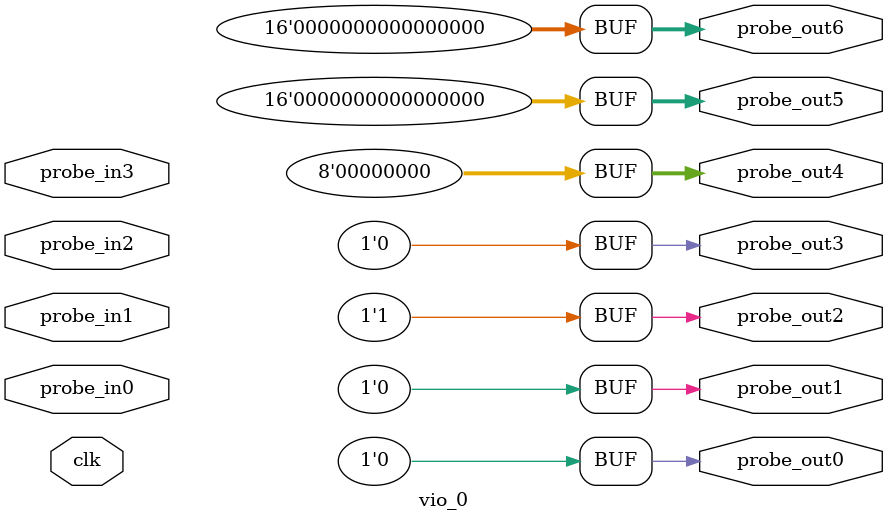
<source format=v>
`timescale 1ns / 1ps
module vio_0 (
clk,
probe_in0,probe_in1,probe_in2,probe_in3,
probe_out0,
probe_out1,
probe_out2,
probe_out3,
probe_out4,
probe_out5,
probe_out6
);

input clk;
input [0 : 0] probe_in0;
input [0 : 0] probe_in1;
input [7 : 0] probe_in2;
input [15 : 0] probe_in3;

output reg [0 : 0] probe_out0 = 'h0 ;
output reg [0 : 0] probe_out1 = 'h0 ;
output reg [0 : 0] probe_out2 = 'h1 ;
output reg [0 : 0] probe_out3 = 'h0 ;
output reg [7 : 0] probe_out4 = 'h00 ;
output reg [15 : 0] probe_out5 = 'h0000 ;
output reg [15 : 0] probe_out6 = 'h0000 ;


endmodule

</source>
